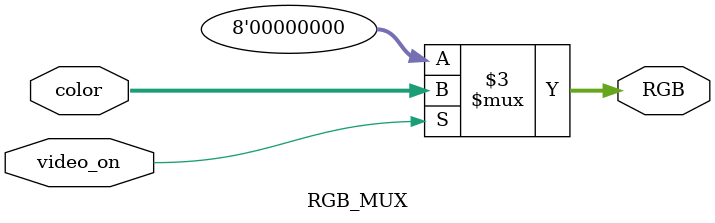
<source format=v>
`timescale 1ns / 1ps
module RGB_MUX(
    input video_on,
	 input [7:0] color,
	 output reg [7:0] RGB
	 );
	 always @*
	 begin
	 if (video_on)
		RGB=color;
	 else
		RGB=7'h00;
	end
endmodule

</source>
